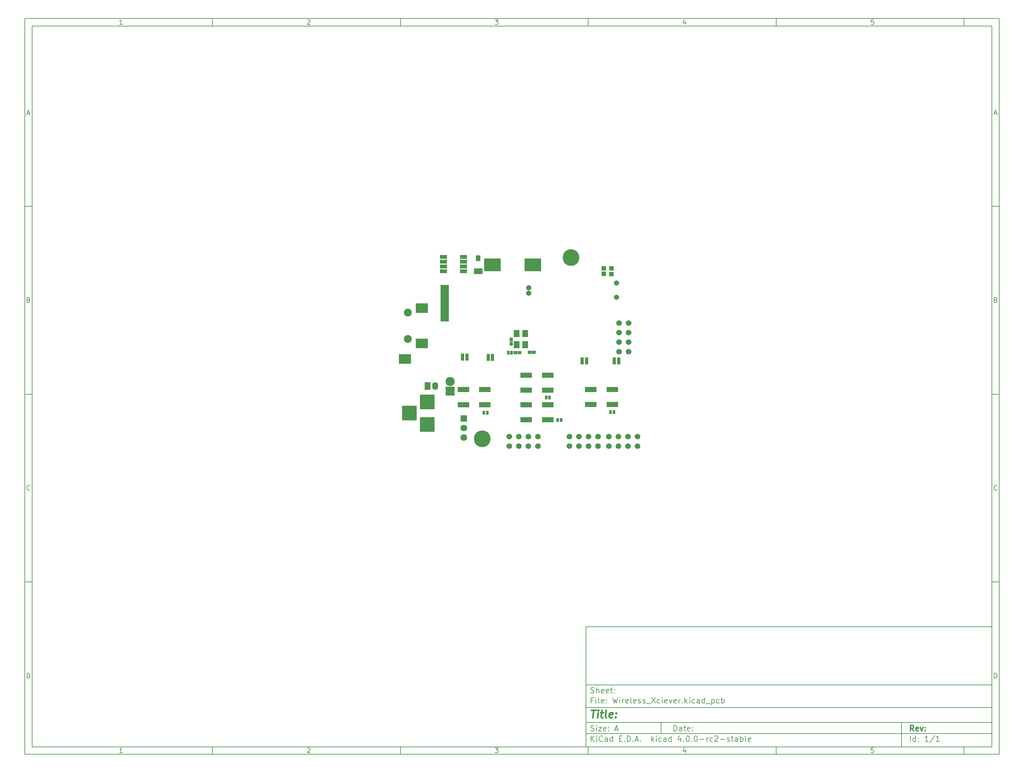
<source format=gbr>
G04 #@! TF.FileFunction,Soldermask,Bot*
%FSLAX46Y46*%
G04 Gerber Fmt 4.6, Leading zero omitted, Abs format (unit mm)*
G04 Created by KiCad (PCBNEW 4.0.0-rc2-stable) date 1/25/2016 6:21:02 PM*
%MOMM*%
G01*
G04 APERTURE LIST*
%ADD10C,0.100000*%
%ADD11C,0.150000*%
%ADD12C,0.300000*%
%ADD13C,0.400000*%
%ADD14C,4.464000*%
%ADD15R,3.900120X3.900120*%
%ADD16R,1.797000X1.797000*%
%ADD17C,1.797000*%
%ADD18R,2.432000X2.432000*%
%ADD19O,2.432000X2.432000*%
%ADD20C,1.370000*%
%ADD21C,1.400760*%
%ADD22R,0.970000X1.050000*%
%ADD23R,1.600000X2.100000*%
%ADD24O,1.600000X2.100000*%
%ADD25R,3.150000X1.400000*%
%ADD26R,1.200000X1.200000*%
%ADD27R,1.950000X1.000000*%
%ADD28C,1.500000*%
%ADD29R,1.200000X1.500000*%
%ADD30R,1.200100X1.500000*%
%ADD31R,4.400000X3.400000*%
%ADD32R,2.200000X0.750000*%
%ADD33R,0.800000X1.000000*%
%ADD34R,1.000000X0.900000*%
%ADD35R,0.900000X1.000000*%
%ADD36R,1.645000X1.848000*%
%ADD37R,3.200000X2.600000*%
%ADD38C,2.100000*%
G04 APERTURE END LIST*
D10*
D11*
X159400000Y-171900000D02*
X159400000Y-203900000D01*
X267400000Y-203900000D01*
X267400000Y-171900000D01*
X159400000Y-171900000D01*
D10*
D11*
X10000000Y-10000000D02*
X10000000Y-205900000D01*
X269400000Y-205900000D01*
X269400000Y-10000000D01*
X10000000Y-10000000D01*
D10*
D11*
X12000000Y-12000000D02*
X12000000Y-203900000D01*
X267400000Y-203900000D01*
X267400000Y-12000000D01*
X12000000Y-12000000D01*
D10*
D11*
X60000000Y-12000000D02*
X60000000Y-10000000D01*
D10*
D11*
X110000000Y-12000000D02*
X110000000Y-10000000D01*
D10*
D11*
X160000000Y-12000000D02*
X160000000Y-10000000D01*
D10*
D11*
X210000000Y-12000000D02*
X210000000Y-10000000D01*
D10*
D11*
X260000000Y-12000000D02*
X260000000Y-10000000D01*
D10*
D11*
X35990476Y-11588095D02*
X35247619Y-11588095D01*
X35619048Y-11588095D02*
X35619048Y-10288095D01*
X35495238Y-10473810D01*
X35371429Y-10597619D01*
X35247619Y-10659524D01*
D10*
D11*
X85247619Y-10411905D02*
X85309524Y-10350000D01*
X85433333Y-10288095D01*
X85742857Y-10288095D01*
X85866667Y-10350000D01*
X85928571Y-10411905D01*
X85990476Y-10535714D01*
X85990476Y-10659524D01*
X85928571Y-10845238D01*
X85185714Y-11588095D01*
X85990476Y-11588095D01*
D10*
D11*
X135185714Y-10288095D02*
X135990476Y-10288095D01*
X135557143Y-10783333D01*
X135742857Y-10783333D01*
X135866667Y-10845238D01*
X135928571Y-10907143D01*
X135990476Y-11030952D01*
X135990476Y-11340476D01*
X135928571Y-11464286D01*
X135866667Y-11526190D01*
X135742857Y-11588095D01*
X135371429Y-11588095D01*
X135247619Y-11526190D01*
X135185714Y-11464286D01*
D10*
D11*
X185866667Y-10721429D02*
X185866667Y-11588095D01*
X185557143Y-10226190D02*
X185247619Y-11154762D01*
X186052381Y-11154762D01*
D10*
D11*
X235928571Y-10288095D02*
X235309524Y-10288095D01*
X235247619Y-10907143D01*
X235309524Y-10845238D01*
X235433333Y-10783333D01*
X235742857Y-10783333D01*
X235866667Y-10845238D01*
X235928571Y-10907143D01*
X235990476Y-11030952D01*
X235990476Y-11340476D01*
X235928571Y-11464286D01*
X235866667Y-11526190D01*
X235742857Y-11588095D01*
X235433333Y-11588095D01*
X235309524Y-11526190D01*
X235247619Y-11464286D01*
D10*
D11*
X60000000Y-203900000D02*
X60000000Y-205900000D01*
D10*
D11*
X110000000Y-203900000D02*
X110000000Y-205900000D01*
D10*
D11*
X160000000Y-203900000D02*
X160000000Y-205900000D01*
D10*
D11*
X210000000Y-203900000D02*
X210000000Y-205900000D01*
D10*
D11*
X260000000Y-203900000D02*
X260000000Y-205900000D01*
D10*
D11*
X35990476Y-205488095D02*
X35247619Y-205488095D01*
X35619048Y-205488095D02*
X35619048Y-204188095D01*
X35495238Y-204373810D01*
X35371429Y-204497619D01*
X35247619Y-204559524D01*
D10*
D11*
X85247619Y-204311905D02*
X85309524Y-204250000D01*
X85433333Y-204188095D01*
X85742857Y-204188095D01*
X85866667Y-204250000D01*
X85928571Y-204311905D01*
X85990476Y-204435714D01*
X85990476Y-204559524D01*
X85928571Y-204745238D01*
X85185714Y-205488095D01*
X85990476Y-205488095D01*
D10*
D11*
X135185714Y-204188095D02*
X135990476Y-204188095D01*
X135557143Y-204683333D01*
X135742857Y-204683333D01*
X135866667Y-204745238D01*
X135928571Y-204807143D01*
X135990476Y-204930952D01*
X135990476Y-205240476D01*
X135928571Y-205364286D01*
X135866667Y-205426190D01*
X135742857Y-205488095D01*
X135371429Y-205488095D01*
X135247619Y-205426190D01*
X135185714Y-205364286D01*
D10*
D11*
X185866667Y-204621429D02*
X185866667Y-205488095D01*
X185557143Y-204126190D02*
X185247619Y-205054762D01*
X186052381Y-205054762D01*
D10*
D11*
X235928571Y-204188095D02*
X235309524Y-204188095D01*
X235247619Y-204807143D01*
X235309524Y-204745238D01*
X235433333Y-204683333D01*
X235742857Y-204683333D01*
X235866667Y-204745238D01*
X235928571Y-204807143D01*
X235990476Y-204930952D01*
X235990476Y-205240476D01*
X235928571Y-205364286D01*
X235866667Y-205426190D01*
X235742857Y-205488095D01*
X235433333Y-205488095D01*
X235309524Y-205426190D01*
X235247619Y-205364286D01*
D10*
D11*
X10000000Y-60000000D02*
X12000000Y-60000000D01*
D10*
D11*
X10000000Y-110000000D02*
X12000000Y-110000000D01*
D10*
D11*
X10000000Y-160000000D02*
X12000000Y-160000000D01*
D10*
D11*
X10690476Y-35216667D02*
X11309524Y-35216667D01*
X10566667Y-35588095D02*
X11000000Y-34288095D01*
X11433333Y-35588095D01*
D10*
D11*
X11092857Y-84907143D02*
X11278571Y-84969048D01*
X11340476Y-85030952D01*
X11402381Y-85154762D01*
X11402381Y-85340476D01*
X11340476Y-85464286D01*
X11278571Y-85526190D01*
X11154762Y-85588095D01*
X10659524Y-85588095D01*
X10659524Y-84288095D01*
X11092857Y-84288095D01*
X11216667Y-84350000D01*
X11278571Y-84411905D01*
X11340476Y-84535714D01*
X11340476Y-84659524D01*
X11278571Y-84783333D01*
X11216667Y-84845238D01*
X11092857Y-84907143D01*
X10659524Y-84907143D01*
D10*
D11*
X11402381Y-135464286D02*
X11340476Y-135526190D01*
X11154762Y-135588095D01*
X11030952Y-135588095D01*
X10845238Y-135526190D01*
X10721429Y-135402381D01*
X10659524Y-135278571D01*
X10597619Y-135030952D01*
X10597619Y-134845238D01*
X10659524Y-134597619D01*
X10721429Y-134473810D01*
X10845238Y-134350000D01*
X11030952Y-134288095D01*
X11154762Y-134288095D01*
X11340476Y-134350000D01*
X11402381Y-134411905D01*
D10*
D11*
X10659524Y-185588095D02*
X10659524Y-184288095D01*
X10969048Y-184288095D01*
X11154762Y-184350000D01*
X11278571Y-184473810D01*
X11340476Y-184597619D01*
X11402381Y-184845238D01*
X11402381Y-185030952D01*
X11340476Y-185278571D01*
X11278571Y-185402381D01*
X11154762Y-185526190D01*
X10969048Y-185588095D01*
X10659524Y-185588095D01*
D10*
D11*
X269400000Y-60000000D02*
X267400000Y-60000000D01*
D10*
D11*
X269400000Y-110000000D02*
X267400000Y-110000000D01*
D10*
D11*
X269400000Y-160000000D02*
X267400000Y-160000000D01*
D10*
D11*
X268090476Y-35216667D02*
X268709524Y-35216667D01*
X267966667Y-35588095D02*
X268400000Y-34288095D01*
X268833333Y-35588095D01*
D10*
D11*
X268492857Y-84907143D02*
X268678571Y-84969048D01*
X268740476Y-85030952D01*
X268802381Y-85154762D01*
X268802381Y-85340476D01*
X268740476Y-85464286D01*
X268678571Y-85526190D01*
X268554762Y-85588095D01*
X268059524Y-85588095D01*
X268059524Y-84288095D01*
X268492857Y-84288095D01*
X268616667Y-84350000D01*
X268678571Y-84411905D01*
X268740476Y-84535714D01*
X268740476Y-84659524D01*
X268678571Y-84783333D01*
X268616667Y-84845238D01*
X268492857Y-84907143D01*
X268059524Y-84907143D01*
D10*
D11*
X268802381Y-135464286D02*
X268740476Y-135526190D01*
X268554762Y-135588095D01*
X268430952Y-135588095D01*
X268245238Y-135526190D01*
X268121429Y-135402381D01*
X268059524Y-135278571D01*
X267997619Y-135030952D01*
X267997619Y-134845238D01*
X268059524Y-134597619D01*
X268121429Y-134473810D01*
X268245238Y-134350000D01*
X268430952Y-134288095D01*
X268554762Y-134288095D01*
X268740476Y-134350000D01*
X268802381Y-134411905D01*
D10*
D11*
X268059524Y-185588095D02*
X268059524Y-184288095D01*
X268369048Y-184288095D01*
X268554762Y-184350000D01*
X268678571Y-184473810D01*
X268740476Y-184597619D01*
X268802381Y-184845238D01*
X268802381Y-185030952D01*
X268740476Y-185278571D01*
X268678571Y-185402381D01*
X268554762Y-185526190D01*
X268369048Y-185588095D01*
X268059524Y-185588095D01*
D10*
D11*
X182757143Y-199678571D02*
X182757143Y-198178571D01*
X183114286Y-198178571D01*
X183328571Y-198250000D01*
X183471429Y-198392857D01*
X183542857Y-198535714D01*
X183614286Y-198821429D01*
X183614286Y-199035714D01*
X183542857Y-199321429D01*
X183471429Y-199464286D01*
X183328571Y-199607143D01*
X183114286Y-199678571D01*
X182757143Y-199678571D01*
X184900000Y-199678571D02*
X184900000Y-198892857D01*
X184828571Y-198750000D01*
X184685714Y-198678571D01*
X184400000Y-198678571D01*
X184257143Y-198750000D01*
X184900000Y-199607143D02*
X184757143Y-199678571D01*
X184400000Y-199678571D01*
X184257143Y-199607143D01*
X184185714Y-199464286D01*
X184185714Y-199321429D01*
X184257143Y-199178571D01*
X184400000Y-199107143D01*
X184757143Y-199107143D01*
X184900000Y-199035714D01*
X185400000Y-198678571D02*
X185971429Y-198678571D01*
X185614286Y-198178571D02*
X185614286Y-199464286D01*
X185685714Y-199607143D01*
X185828572Y-199678571D01*
X185971429Y-199678571D01*
X187042857Y-199607143D02*
X186900000Y-199678571D01*
X186614286Y-199678571D01*
X186471429Y-199607143D01*
X186400000Y-199464286D01*
X186400000Y-198892857D01*
X186471429Y-198750000D01*
X186614286Y-198678571D01*
X186900000Y-198678571D01*
X187042857Y-198750000D01*
X187114286Y-198892857D01*
X187114286Y-199035714D01*
X186400000Y-199178571D01*
X187757143Y-199535714D02*
X187828571Y-199607143D01*
X187757143Y-199678571D01*
X187685714Y-199607143D01*
X187757143Y-199535714D01*
X187757143Y-199678571D01*
X187757143Y-198750000D02*
X187828571Y-198821429D01*
X187757143Y-198892857D01*
X187685714Y-198821429D01*
X187757143Y-198750000D01*
X187757143Y-198892857D01*
D10*
D11*
X159400000Y-200400000D02*
X267400000Y-200400000D01*
D10*
D11*
X160757143Y-202478571D02*
X160757143Y-200978571D01*
X161614286Y-202478571D02*
X160971429Y-201621429D01*
X161614286Y-200978571D02*
X160757143Y-201835714D01*
X162257143Y-202478571D02*
X162257143Y-201478571D01*
X162257143Y-200978571D02*
X162185714Y-201050000D01*
X162257143Y-201121429D01*
X162328571Y-201050000D01*
X162257143Y-200978571D01*
X162257143Y-201121429D01*
X163828572Y-202335714D02*
X163757143Y-202407143D01*
X163542857Y-202478571D01*
X163400000Y-202478571D01*
X163185715Y-202407143D01*
X163042857Y-202264286D01*
X162971429Y-202121429D01*
X162900000Y-201835714D01*
X162900000Y-201621429D01*
X162971429Y-201335714D01*
X163042857Y-201192857D01*
X163185715Y-201050000D01*
X163400000Y-200978571D01*
X163542857Y-200978571D01*
X163757143Y-201050000D01*
X163828572Y-201121429D01*
X165114286Y-202478571D02*
X165114286Y-201692857D01*
X165042857Y-201550000D01*
X164900000Y-201478571D01*
X164614286Y-201478571D01*
X164471429Y-201550000D01*
X165114286Y-202407143D02*
X164971429Y-202478571D01*
X164614286Y-202478571D01*
X164471429Y-202407143D01*
X164400000Y-202264286D01*
X164400000Y-202121429D01*
X164471429Y-201978571D01*
X164614286Y-201907143D01*
X164971429Y-201907143D01*
X165114286Y-201835714D01*
X166471429Y-202478571D02*
X166471429Y-200978571D01*
X166471429Y-202407143D02*
X166328572Y-202478571D01*
X166042858Y-202478571D01*
X165900000Y-202407143D01*
X165828572Y-202335714D01*
X165757143Y-202192857D01*
X165757143Y-201764286D01*
X165828572Y-201621429D01*
X165900000Y-201550000D01*
X166042858Y-201478571D01*
X166328572Y-201478571D01*
X166471429Y-201550000D01*
X168328572Y-201692857D02*
X168828572Y-201692857D01*
X169042858Y-202478571D02*
X168328572Y-202478571D01*
X168328572Y-200978571D01*
X169042858Y-200978571D01*
X169685715Y-202335714D02*
X169757143Y-202407143D01*
X169685715Y-202478571D01*
X169614286Y-202407143D01*
X169685715Y-202335714D01*
X169685715Y-202478571D01*
X170400001Y-202478571D02*
X170400001Y-200978571D01*
X170757144Y-200978571D01*
X170971429Y-201050000D01*
X171114287Y-201192857D01*
X171185715Y-201335714D01*
X171257144Y-201621429D01*
X171257144Y-201835714D01*
X171185715Y-202121429D01*
X171114287Y-202264286D01*
X170971429Y-202407143D01*
X170757144Y-202478571D01*
X170400001Y-202478571D01*
X171900001Y-202335714D02*
X171971429Y-202407143D01*
X171900001Y-202478571D01*
X171828572Y-202407143D01*
X171900001Y-202335714D01*
X171900001Y-202478571D01*
X172542858Y-202050000D02*
X173257144Y-202050000D01*
X172400001Y-202478571D02*
X172900001Y-200978571D01*
X173400001Y-202478571D01*
X173900001Y-202335714D02*
X173971429Y-202407143D01*
X173900001Y-202478571D01*
X173828572Y-202407143D01*
X173900001Y-202335714D01*
X173900001Y-202478571D01*
X176900001Y-202478571D02*
X176900001Y-200978571D01*
X177042858Y-201907143D02*
X177471429Y-202478571D01*
X177471429Y-201478571D02*
X176900001Y-202050000D01*
X178114287Y-202478571D02*
X178114287Y-201478571D01*
X178114287Y-200978571D02*
X178042858Y-201050000D01*
X178114287Y-201121429D01*
X178185715Y-201050000D01*
X178114287Y-200978571D01*
X178114287Y-201121429D01*
X179471430Y-202407143D02*
X179328573Y-202478571D01*
X179042859Y-202478571D01*
X178900001Y-202407143D01*
X178828573Y-202335714D01*
X178757144Y-202192857D01*
X178757144Y-201764286D01*
X178828573Y-201621429D01*
X178900001Y-201550000D01*
X179042859Y-201478571D01*
X179328573Y-201478571D01*
X179471430Y-201550000D01*
X180757144Y-202478571D02*
X180757144Y-201692857D01*
X180685715Y-201550000D01*
X180542858Y-201478571D01*
X180257144Y-201478571D01*
X180114287Y-201550000D01*
X180757144Y-202407143D02*
X180614287Y-202478571D01*
X180257144Y-202478571D01*
X180114287Y-202407143D01*
X180042858Y-202264286D01*
X180042858Y-202121429D01*
X180114287Y-201978571D01*
X180257144Y-201907143D01*
X180614287Y-201907143D01*
X180757144Y-201835714D01*
X182114287Y-202478571D02*
X182114287Y-200978571D01*
X182114287Y-202407143D02*
X181971430Y-202478571D01*
X181685716Y-202478571D01*
X181542858Y-202407143D01*
X181471430Y-202335714D01*
X181400001Y-202192857D01*
X181400001Y-201764286D01*
X181471430Y-201621429D01*
X181542858Y-201550000D01*
X181685716Y-201478571D01*
X181971430Y-201478571D01*
X182114287Y-201550000D01*
X184614287Y-201478571D02*
X184614287Y-202478571D01*
X184257144Y-200907143D02*
X183900001Y-201978571D01*
X184828573Y-201978571D01*
X185400001Y-202335714D02*
X185471429Y-202407143D01*
X185400001Y-202478571D01*
X185328572Y-202407143D01*
X185400001Y-202335714D01*
X185400001Y-202478571D01*
X186400001Y-200978571D02*
X186542858Y-200978571D01*
X186685715Y-201050000D01*
X186757144Y-201121429D01*
X186828573Y-201264286D01*
X186900001Y-201550000D01*
X186900001Y-201907143D01*
X186828573Y-202192857D01*
X186757144Y-202335714D01*
X186685715Y-202407143D01*
X186542858Y-202478571D01*
X186400001Y-202478571D01*
X186257144Y-202407143D01*
X186185715Y-202335714D01*
X186114287Y-202192857D01*
X186042858Y-201907143D01*
X186042858Y-201550000D01*
X186114287Y-201264286D01*
X186185715Y-201121429D01*
X186257144Y-201050000D01*
X186400001Y-200978571D01*
X187542858Y-202335714D02*
X187614286Y-202407143D01*
X187542858Y-202478571D01*
X187471429Y-202407143D01*
X187542858Y-202335714D01*
X187542858Y-202478571D01*
X188542858Y-200978571D02*
X188685715Y-200978571D01*
X188828572Y-201050000D01*
X188900001Y-201121429D01*
X188971430Y-201264286D01*
X189042858Y-201550000D01*
X189042858Y-201907143D01*
X188971430Y-202192857D01*
X188900001Y-202335714D01*
X188828572Y-202407143D01*
X188685715Y-202478571D01*
X188542858Y-202478571D01*
X188400001Y-202407143D01*
X188328572Y-202335714D01*
X188257144Y-202192857D01*
X188185715Y-201907143D01*
X188185715Y-201550000D01*
X188257144Y-201264286D01*
X188328572Y-201121429D01*
X188400001Y-201050000D01*
X188542858Y-200978571D01*
X189685715Y-201907143D02*
X190828572Y-201907143D01*
X191542858Y-202478571D02*
X191542858Y-201478571D01*
X191542858Y-201764286D02*
X191614286Y-201621429D01*
X191685715Y-201550000D01*
X191828572Y-201478571D01*
X191971429Y-201478571D01*
X193114286Y-202407143D02*
X192971429Y-202478571D01*
X192685715Y-202478571D01*
X192542857Y-202407143D01*
X192471429Y-202335714D01*
X192400000Y-202192857D01*
X192400000Y-201764286D01*
X192471429Y-201621429D01*
X192542857Y-201550000D01*
X192685715Y-201478571D01*
X192971429Y-201478571D01*
X193114286Y-201550000D01*
X193685714Y-201121429D02*
X193757143Y-201050000D01*
X193900000Y-200978571D01*
X194257143Y-200978571D01*
X194400000Y-201050000D01*
X194471429Y-201121429D01*
X194542857Y-201264286D01*
X194542857Y-201407143D01*
X194471429Y-201621429D01*
X193614286Y-202478571D01*
X194542857Y-202478571D01*
X195185714Y-201907143D02*
X196328571Y-201907143D01*
X196971428Y-202407143D02*
X197114285Y-202478571D01*
X197400000Y-202478571D01*
X197542857Y-202407143D01*
X197614285Y-202264286D01*
X197614285Y-202192857D01*
X197542857Y-202050000D01*
X197400000Y-201978571D01*
X197185714Y-201978571D01*
X197042857Y-201907143D01*
X196971428Y-201764286D01*
X196971428Y-201692857D01*
X197042857Y-201550000D01*
X197185714Y-201478571D01*
X197400000Y-201478571D01*
X197542857Y-201550000D01*
X198042857Y-201478571D02*
X198614286Y-201478571D01*
X198257143Y-200978571D02*
X198257143Y-202264286D01*
X198328571Y-202407143D01*
X198471429Y-202478571D01*
X198614286Y-202478571D01*
X199757143Y-202478571D02*
X199757143Y-201692857D01*
X199685714Y-201550000D01*
X199542857Y-201478571D01*
X199257143Y-201478571D01*
X199114286Y-201550000D01*
X199757143Y-202407143D02*
X199614286Y-202478571D01*
X199257143Y-202478571D01*
X199114286Y-202407143D01*
X199042857Y-202264286D01*
X199042857Y-202121429D01*
X199114286Y-201978571D01*
X199257143Y-201907143D01*
X199614286Y-201907143D01*
X199757143Y-201835714D01*
X200471429Y-202478571D02*
X200471429Y-200978571D01*
X200471429Y-201550000D02*
X200614286Y-201478571D01*
X200900000Y-201478571D01*
X201042857Y-201550000D01*
X201114286Y-201621429D01*
X201185715Y-201764286D01*
X201185715Y-202192857D01*
X201114286Y-202335714D01*
X201042857Y-202407143D01*
X200900000Y-202478571D01*
X200614286Y-202478571D01*
X200471429Y-202407143D01*
X202042858Y-202478571D02*
X201900000Y-202407143D01*
X201828572Y-202264286D01*
X201828572Y-200978571D01*
X203185714Y-202407143D02*
X203042857Y-202478571D01*
X202757143Y-202478571D01*
X202614286Y-202407143D01*
X202542857Y-202264286D01*
X202542857Y-201692857D01*
X202614286Y-201550000D01*
X202757143Y-201478571D01*
X203042857Y-201478571D01*
X203185714Y-201550000D01*
X203257143Y-201692857D01*
X203257143Y-201835714D01*
X202542857Y-201978571D01*
D10*
D11*
X159400000Y-197400000D02*
X267400000Y-197400000D01*
D10*
D12*
X246614286Y-199678571D02*
X246114286Y-198964286D01*
X245757143Y-199678571D02*
X245757143Y-198178571D01*
X246328571Y-198178571D01*
X246471429Y-198250000D01*
X246542857Y-198321429D01*
X246614286Y-198464286D01*
X246614286Y-198678571D01*
X246542857Y-198821429D01*
X246471429Y-198892857D01*
X246328571Y-198964286D01*
X245757143Y-198964286D01*
X247828571Y-199607143D02*
X247685714Y-199678571D01*
X247400000Y-199678571D01*
X247257143Y-199607143D01*
X247185714Y-199464286D01*
X247185714Y-198892857D01*
X247257143Y-198750000D01*
X247400000Y-198678571D01*
X247685714Y-198678571D01*
X247828571Y-198750000D01*
X247900000Y-198892857D01*
X247900000Y-199035714D01*
X247185714Y-199178571D01*
X248400000Y-198678571D02*
X248757143Y-199678571D01*
X249114285Y-198678571D01*
X249685714Y-199535714D02*
X249757142Y-199607143D01*
X249685714Y-199678571D01*
X249614285Y-199607143D01*
X249685714Y-199535714D01*
X249685714Y-199678571D01*
X249685714Y-198750000D02*
X249757142Y-198821429D01*
X249685714Y-198892857D01*
X249614285Y-198821429D01*
X249685714Y-198750000D01*
X249685714Y-198892857D01*
D10*
D11*
X160685714Y-199607143D02*
X160900000Y-199678571D01*
X161257143Y-199678571D01*
X161400000Y-199607143D01*
X161471429Y-199535714D01*
X161542857Y-199392857D01*
X161542857Y-199250000D01*
X161471429Y-199107143D01*
X161400000Y-199035714D01*
X161257143Y-198964286D01*
X160971429Y-198892857D01*
X160828571Y-198821429D01*
X160757143Y-198750000D01*
X160685714Y-198607143D01*
X160685714Y-198464286D01*
X160757143Y-198321429D01*
X160828571Y-198250000D01*
X160971429Y-198178571D01*
X161328571Y-198178571D01*
X161542857Y-198250000D01*
X162185714Y-199678571D02*
X162185714Y-198678571D01*
X162185714Y-198178571D02*
X162114285Y-198250000D01*
X162185714Y-198321429D01*
X162257142Y-198250000D01*
X162185714Y-198178571D01*
X162185714Y-198321429D01*
X162757143Y-198678571D02*
X163542857Y-198678571D01*
X162757143Y-199678571D01*
X163542857Y-199678571D01*
X164685714Y-199607143D02*
X164542857Y-199678571D01*
X164257143Y-199678571D01*
X164114286Y-199607143D01*
X164042857Y-199464286D01*
X164042857Y-198892857D01*
X164114286Y-198750000D01*
X164257143Y-198678571D01*
X164542857Y-198678571D01*
X164685714Y-198750000D01*
X164757143Y-198892857D01*
X164757143Y-199035714D01*
X164042857Y-199178571D01*
X165400000Y-199535714D02*
X165471428Y-199607143D01*
X165400000Y-199678571D01*
X165328571Y-199607143D01*
X165400000Y-199535714D01*
X165400000Y-199678571D01*
X165400000Y-198750000D02*
X165471428Y-198821429D01*
X165400000Y-198892857D01*
X165328571Y-198821429D01*
X165400000Y-198750000D01*
X165400000Y-198892857D01*
X167185714Y-199250000D02*
X167900000Y-199250000D01*
X167042857Y-199678571D02*
X167542857Y-198178571D01*
X168042857Y-199678571D01*
D10*
D11*
X245757143Y-202478571D02*
X245757143Y-200978571D01*
X247114286Y-202478571D02*
X247114286Y-200978571D01*
X247114286Y-202407143D02*
X246971429Y-202478571D01*
X246685715Y-202478571D01*
X246542857Y-202407143D01*
X246471429Y-202335714D01*
X246400000Y-202192857D01*
X246400000Y-201764286D01*
X246471429Y-201621429D01*
X246542857Y-201550000D01*
X246685715Y-201478571D01*
X246971429Y-201478571D01*
X247114286Y-201550000D01*
X247828572Y-202335714D02*
X247900000Y-202407143D01*
X247828572Y-202478571D01*
X247757143Y-202407143D01*
X247828572Y-202335714D01*
X247828572Y-202478571D01*
X247828572Y-201550000D02*
X247900000Y-201621429D01*
X247828572Y-201692857D01*
X247757143Y-201621429D01*
X247828572Y-201550000D01*
X247828572Y-201692857D01*
X250471429Y-202478571D02*
X249614286Y-202478571D01*
X250042858Y-202478571D02*
X250042858Y-200978571D01*
X249900001Y-201192857D01*
X249757143Y-201335714D01*
X249614286Y-201407143D01*
X252185714Y-200907143D02*
X250900000Y-202835714D01*
X253471429Y-202478571D02*
X252614286Y-202478571D01*
X253042858Y-202478571D02*
X253042858Y-200978571D01*
X252900001Y-201192857D01*
X252757143Y-201335714D01*
X252614286Y-201407143D01*
D10*
D11*
X159400000Y-193400000D02*
X267400000Y-193400000D01*
D10*
D13*
X160852381Y-194104762D02*
X161995238Y-194104762D01*
X161173810Y-196104762D02*
X161423810Y-194104762D01*
X162411905Y-196104762D02*
X162578571Y-194771429D01*
X162661905Y-194104762D02*
X162554762Y-194200000D01*
X162638095Y-194295238D01*
X162745239Y-194200000D01*
X162661905Y-194104762D01*
X162638095Y-194295238D01*
X163245238Y-194771429D02*
X164007143Y-194771429D01*
X163614286Y-194104762D02*
X163400000Y-195819048D01*
X163471430Y-196009524D01*
X163650001Y-196104762D01*
X163840477Y-196104762D01*
X164792858Y-196104762D02*
X164614287Y-196009524D01*
X164542857Y-195819048D01*
X164757143Y-194104762D01*
X166328572Y-196009524D02*
X166126191Y-196104762D01*
X165745239Y-196104762D01*
X165566667Y-196009524D01*
X165495238Y-195819048D01*
X165590476Y-195057143D01*
X165709524Y-194866667D01*
X165911905Y-194771429D01*
X166292857Y-194771429D01*
X166471429Y-194866667D01*
X166542857Y-195057143D01*
X166519048Y-195247619D01*
X165542857Y-195438095D01*
X167292857Y-195914286D02*
X167376192Y-196009524D01*
X167269048Y-196104762D01*
X167185715Y-196009524D01*
X167292857Y-195914286D01*
X167269048Y-196104762D01*
X167423810Y-194866667D02*
X167507144Y-194961905D01*
X167400000Y-195057143D01*
X167316667Y-194961905D01*
X167423810Y-194866667D01*
X167400000Y-195057143D01*
D10*
D11*
X161257143Y-191492857D02*
X160757143Y-191492857D01*
X160757143Y-192278571D02*
X160757143Y-190778571D01*
X161471429Y-190778571D01*
X162042857Y-192278571D02*
X162042857Y-191278571D01*
X162042857Y-190778571D02*
X161971428Y-190850000D01*
X162042857Y-190921429D01*
X162114285Y-190850000D01*
X162042857Y-190778571D01*
X162042857Y-190921429D01*
X162971429Y-192278571D02*
X162828571Y-192207143D01*
X162757143Y-192064286D01*
X162757143Y-190778571D01*
X164114285Y-192207143D02*
X163971428Y-192278571D01*
X163685714Y-192278571D01*
X163542857Y-192207143D01*
X163471428Y-192064286D01*
X163471428Y-191492857D01*
X163542857Y-191350000D01*
X163685714Y-191278571D01*
X163971428Y-191278571D01*
X164114285Y-191350000D01*
X164185714Y-191492857D01*
X164185714Y-191635714D01*
X163471428Y-191778571D01*
X164828571Y-192135714D02*
X164899999Y-192207143D01*
X164828571Y-192278571D01*
X164757142Y-192207143D01*
X164828571Y-192135714D01*
X164828571Y-192278571D01*
X164828571Y-191350000D02*
X164899999Y-191421429D01*
X164828571Y-191492857D01*
X164757142Y-191421429D01*
X164828571Y-191350000D01*
X164828571Y-191492857D01*
X166542857Y-190778571D02*
X166900000Y-192278571D01*
X167185714Y-191207143D01*
X167471428Y-192278571D01*
X167828571Y-190778571D01*
X168400000Y-192278571D02*
X168400000Y-191278571D01*
X168400000Y-190778571D02*
X168328571Y-190850000D01*
X168400000Y-190921429D01*
X168471428Y-190850000D01*
X168400000Y-190778571D01*
X168400000Y-190921429D01*
X169114286Y-192278571D02*
X169114286Y-191278571D01*
X169114286Y-191564286D02*
X169185714Y-191421429D01*
X169257143Y-191350000D01*
X169400000Y-191278571D01*
X169542857Y-191278571D01*
X170614285Y-192207143D02*
X170471428Y-192278571D01*
X170185714Y-192278571D01*
X170042857Y-192207143D01*
X169971428Y-192064286D01*
X169971428Y-191492857D01*
X170042857Y-191350000D01*
X170185714Y-191278571D01*
X170471428Y-191278571D01*
X170614285Y-191350000D01*
X170685714Y-191492857D01*
X170685714Y-191635714D01*
X169971428Y-191778571D01*
X171542857Y-192278571D02*
X171399999Y-192207143D01*
X171328571Y-192064286D01*
X171328571Y-190778571D01*
X172685713Y-192207143D02*
X172542856Y-192278571D01*
X172257142Y-192278571D01*
X172114285Y-192207143D01*
X172042856Y-192064286D01*
X172042856Y-191492857D01*
X172114285Y-191350000D01*
X172257142Y-191278571D01*
X172542856Y-191278571D01*
X172685713Y-191350000D01*
X172757142Y-191492857D01*
X172757142Y-191635714D01*
X172042856Y-191778571D01*
X173328570Y-192207143D02*
X173471427Y-192278571D01*
X173757142Y-192278571D01*
X173899999Y-192207143D01*
X173971427Y-192064286D01*
X173971427Y-191992857D01*
X173899999Y-191850000D01*
X173757142Y-191778571D01*
X173542856Y-191778571D01*
X173399999Y-191707143D01*
X173328570Y-191564286D01*
X173328570Y-191492857D01*
X173399999Y-191350000D01*
X173542856Y-191278571D01*
X173757142Y-191278571D01*
X173899999Y-191350000D01*
X174542856Y-192207143D02*
X174685713Y-192278571D01*
X174971428Y-192278571D01*
X175114285Y-192207143D01*
X175185713Y-192064286D01*
X175185713Y-191992857D01*
X175114285Y-191850000D01*
X174971428Y-191778571D01*
X174757142Y-191778571D01*
X174614285Y-191707143D01*
X174542856Y-191564286D01*
X174542856Y-191492857D01*
X174614285Y-191350000D01*
X174757142Y-191278571D01*
X174971428Y-191278571D01*
X175114285Y-191350000D01*
X175471428Y-192421429D02*
X176614285Y-192421429D01*
X176828571Y-190778571D02*
X177828571Y-192278571D01*
X177828571Y-190778571D02*
X176828571Y-192278571D01*
X179042856Y-192207143D02*
X178899999Y-192278571D01*
X178614285Y-192278571D01*
X178471427Y-192207143D01*
X178399999Y-192135714D01*
X178328570Y-191992857D01*
X178328570Y-191564286D01*
X178399999Y-191421429D01*
X178471427Y-191350000D01*
X178614285Y-191278571D01*
X178899999Y-191278571D01*
X179042856Y-191350000D01*
X179685713Y-192278571D02*
X179685713Y-191278571D01*
X179685713Y-190778571D02*
X179614284Y-190850000D01*
X179685713Y-190921429D01*
X179757141Y-190850000D01*
X179685713Y-190778571D01*
X179685713Y-190921429D01*
X180971427Y-192207143D02*
X180828570Y-192278571D01*
X180542856Y-192278571D01*
X180399999Y-192207143D01*
X180328570Y-192064286D01*
X180328570Y-191492857D01*
X180399999Y-191350000D01*
X180542856Y-191278571D01*
X180828570Y-191278571D01*
X180971427Y-191350000D01*
X181042856Y-191492857D01*
X181042856Y-191635714D01*
X180328570Y-191778571D01*
X181542856Y-191278571D02*
X181899999Y-192278571D01*
X182257141Y-191278571D01*
X183399998Y-192207143D02*
X183257141Y-192278571D01*
X182971427Y-192278571D01*
X182828570Y-192207143D01*
X182757141Y-192064286D01*
X182757141Y-191492857D01*
X182828570Y-191350000D01*
X182971427Y-191278571D01*
X183257141Y-191278571D01*
X183399998Y-191350000D01*
X183471427Y-191492857D01*
X183471427Y-191635714D01*
X182757141Y-191778571D01*
X184114284Y-192278571D02*
X184114284Y-191278571D01*
X184114284Y-191564286D02*
X184185712Y-191421429D01*
X184257141Y-191350000D01*
X184399998Y-191278571D01*
X184542855Y-191278571D01*
X185042855Y-192135714D02*
X185114283Y-192207143D01*
X185042855Y-192278571D01*
X184971426Y-192207143D01*
X185042855Y-192135714D01*
X185042855Y-192278571D01*
X185757141Y-192278571D02*
X185757141Y-190778571D01*
X185899998Y-191707143D02*
X186328569Y-192278571D01*
X186328569Y-191278571D02*
X185757141Y-191850000D01*
X186971427Y-192278571D02*
X186971427Y-191278571D01*
X186971427Y-190778571D02*
X186899998Y-190850000D01*
X186971427Y-190921429D01*
X187042855Y-190850000D01*
X186971427Y-190778571D01*
X186971427Y-190921429D01*
X188328570Y-192207143D02*
X188185713Y-192278571D01*
X187899999Y-192278571D01*
X187757141Y-192207143D01*
X187685713Y-192135714D01*
X187614284Y-191992857D01*
X187614284Y-191564286D01*
X187685713Y-191421429D01*
X187757141Y-191350000D01*
X187899999Y-191278571D01*
X188185713Y-191278571D01*
X188328570Y-191350000D01*
X189614284Y-192278571D02*
X189614284Y-191492857D01*
X189542855Y-191350000D01*
X189399998Y-191278571D01*
X189114284Y-191278571D01*
X188971427Y-191350000D01*
X189614284Y-192207143D02*
X189471427Y-192278571D01*
X189114284Y-192278571D01*
X188971427Y-192207143D01*
X188899998Y-192064286D01*
X188899998Y-191921429D01*
X188971427Y-191778571D01*
X189114284Y-191707143D01*
X189471427Y-191707143D01*
X189614284Y-191635714D01*
X190971427Y-192278571D02*
X190971427Y-190778571D01*
X190971427Y-192207143D02*
X190828570Y-192278571D01*
X190542856Y-192278571D01*
X190399998Y-192207143D01*
X190328570Y-192135714D01*
X190257141Y-191992857D01*
X190257141Y-191564286D01*
X190328570Y-191421429D01*
X190399998Y-191350000D01*
X190542856Y-191278571D01*
X190828570Y-191278571D01*
X190971427Y-191350000D01*
X191328570Y-192421429D02*
X192471427Y-192421429D01*
X192828570Y-191278571D02*
X192828570Y-192778571D01*
X192828570Y-191350000D02*
X192971427Y-191278571D01*
X193257141Y-191278571D01*
X193399998Y-191350000D01*
X193471427Y-191421429D01*
X193542856Y-191564286D01*
X193542856Y-191992857D01*
X193471427Y-192135714D01*
X193399998Y-192207143D01*
X193257141Y-192278571D01*
X192971427Y-192278571D01*
X192828570Y-192207143D01*
X194828570Y-192207143D02*
X194685713Y-192278571D01*
X194399999Y-192278571D01*
X194257141Y-192207143D01*
X194185713Y-192135714D01*
X194114284Y-191992857D01*
X194114284Y-191564286D01*
X194185713Y-191421429D01*
X194257141Y-191350000D01*
X194399999Y-191278571D01*
X194685713Y-191278571D01*
X194828570Y-191350000D01*
X195471427Y-192278571D02*
X195471427Y-190778571D01*
X195471427Y-191350000D02*
X195614284Y-191278571D01*
X195899998Y-191278571D01*
X196042855Y-191350000D01*
X196114284Y-191421429D01*
X196185713Y-191564286D01*
X196185713Y-191992857D01*
X196114284Y-192135714D01*
X196042855Y-192207143D01*
X195899998Y-192278571D01*
X195614284Y-192278571D01*
X195471427Y-192207143D01*
D10*
D11*
X159400000Y-187400000D02*
X267400000Y-187400000D01*
D10*
D11*
X160685714Y-189507143D02*
X160900000Y-189578571D01*
X161257143Y-189578571D01*
X161400000Y-189507143D01*
X161471429Y-189435714D01*
X161542857Y-189292857D01*
X161542857Y-189150000D01*
X161471429Y-189007143D01*
X161400000Y-188935714D01*
X161257143Y-188864286D01*
X160971429Y-188792857D01*
X160828571Y-188721429D01*
X160757143Y-188650000D01*
X160685714Y-188507143D01*
X160685714Y-188364286D01*
X160757143Y-188221429D01*
X160828571Y-188150000D01*
X160971429Y-188078571D01*
X161328571Y-188078571D01*
X161542857Y-188150000D01*
X162185714Y-189578571D02*
X162185714Y-188078571D01*
X162828571Y-189578571D02*
X162828571Y-188792857D01*
X162757142Y-188650000D01*
X162614285Y-188578571D01*
X162400000Y-188578571D01*
X162257142Y-188650000D01*
X162185714Y-188721429D01*
X164114285Y-189507143D02*
X163971428Y-189578571D01*
X163685714Y-189578571D01*
X163542857Y-189507143D01*
X163471428Y-189364286D01*
X163471428Y-188792857D01*
X163542857Y-188650000D01*
X163685714Y-188578571D01*
X163971428Y-188578571D01*
X164114285Y-188650000D01*
X164185714Y-188792857D01*
X164185714Y-188935714D01*
X163471428Y-189078571D01*
X165399999Y-189507143D02*
X165257142Y-189578571D01*
X164971428Y-189578571D01*
X164828571Y-189507143D01*
X164757142Y-189364286D01*
X164757142Y-188792857D01*
X164828571Y-188650000D01*
X164971428Y-188578571D01*
X165257142Y-188578571D01*
X165399999Y-188650000D01*
X165471428Y-188792857D01*
X165471428Y-188935714D01*
X164757142Y-189078571D01*
X165899999Y-188578571D02*
X166471428Y-188578571D01*
X166114285Y-188078571D02*
X166114285Y-189364286D01*
X166185713Y-189507143D01*
X166328571Y-189578571D01*
X166471428Y-189578571D01*
X166971428Y-189435714D02*
X167042856Y-189507143D01*
X166971428Y-189578571D01*
X166899999Y-189507143D01*
X166971428Y-189435714D01*
X166971428Y-189578571D01*
X166971428Y-188650000D02*
X167042856Y-188721429D01*
X166971428Y-188792857D01*
X166899999Y-188721429D01*
X166971428Y-188650000D01*
X166971428Y-188792857D01*
D10*
D11*
X179400000Y-197400000D02*
X179400000Y-200400000D01*
D10*
D11*
X243400000Y-197400000D02*
X243400000Y-203900000D01*
D14*
X155380000Y-73670000D03*
D15*
X117130000Y-112045000D03*
X117130000Y-118044480D03*
X112431000Y-115044740D03*
D16*
X126920725Y-116492729D03*
D17*
X126920725Y-119032729D03*
X126920725Y-121572729D03*
D18*
X123245725Y-109167729D03*
D19*
X123245725Y-106627729D03*
D20*
X167515000Y-84215000D03*
X167515000Y-80405000D03*
D21*
X144180000Y-81645000D03*
X144180000Y-83143600D03*
D22*
X133360000Y-99795000D03*
X133360000Y-100645000D03*
X134530000Y-100645000D03*
X134530000Y-99795000D03*
D23*
X117230000Y-107870000D03*
D24*
X119230000Y-107870000D03*
D25*
X132505000Y-112795000D03*
X126755000Y-112795000D03*
X126755000Y-108795000D03*
X132505000Y-108795000D03*
X166380000Y-112745000D03*
X160630000Y-112745000D03*
X160630000Y-108745000D03*
X166380000Y-108745000D03*
D22*
X126560000Y-99670000D03*
X126560000Y-100520000D03*
X127730000Y-100520000D03*
X127730000Y-99670000D03*
D26*
X166180000Y-77995000D03*
X166180000Y-76495000D03*
X164105000Y-76480000D03*
X164105000Y-77980000D03*
D25*
X149255000Y-116845000D03*
X143505000Y-116845000D03*
X143505000Y-112845000D03*
X149255000Y-112845000D03*
D27*
X126835000Y-73475000D03*
X126835000Y-74745000D03*
X126835000Y-76015000D03*
X126835000Y-77285000D03*
X121435000Y-77285000D03*
X121435000Y-76015000D03*
X121435000Y-74745000D03*
X121435000Y-73475000D03*
D28*
X168215000Y-98715000D03*
X170755000Y-98715000D03*
X168215000Y-96175000D03*
X170755000Y-96175000D03*
X168215000Y-93635000D03*
X170755000Y-93635000D03*
X168215000Y-91095000D03*
X170755000Y-91095000D03*
D29*
X131275000Y-77315000D03*
X130175000Y-77315000D03*
D30*
X130725000Y-73765000D03*
D22*
X159550000Y-101545000D03*
X159550000Y-100695000D03*
X158380000Y-100695000D03*
X158380000Y-101545000D03*
X168075000Y-101545000D03*
X168075000Y-100695000D03*
X166905000Y-100695000D03*
X166905000Y-101545000D03*
D31*
X145275000Y-75565000D03*
X134475000Y-75565000D03*
D32*
X121829529Y-81253861D03*
X121829529Y-81903861D03*
X121829529Y-83203861D03*
X121829529Y-82553861D03*
X121829529Y-83853861D03*
X121829529Y-84503861D03*
X121829529Y-85153861D03*
X121829529Y-85803861D03*
X121829529Y-86453861D03*
X121829529Y-87103861D03*
X121829529Y-87753861D03*
X121829529Y-88403861D03*
X121829529Y-89053861D03*
X121829529Y-89703861D03*
X121829529Y-90353861D03*
D28*
X146630000Y-121295000D03*
X146630000Y-123835000D03*
X144090000Y-121295000D03*
X144090000Y-123835000D03*
X141550000Y-121295000D03*
X141550000Y-123835000D03*
X139010000Y-121295000D03*
X139010000Y-123835000D03*
D25*
X149255000Y-108920000D03*
X143505000Y-108920000D03*
X143505000Y-104920000D03*
X149255000Y-104920000D03*
D28*
X162650000Y-121290000D03*
X162650000Y-123830000D03*
X160110000Y-121290000D03*
X160110000Y-123830000D03*
X157570000Y-121290000D03*
X157570000Y-123830000D03*
X155030000Y-121290000D03*
X155030000Y-123830000D03*
X173140000Y-121265000D03*
X173140000Y-123805000D03*
X170600000Y-121265000D03*
X170600000Y-123805000D03*
X168060000Y-121265000D03*
X168060000Y-123805000D03*
X165520000Y-121265000D03*
X165520000Y-123805000D03*
D33*
X151880000Y-116870000D03*
X152780000Y-116870000D03*
X148780000Y-110870000D03*
X149680000Y-110870000D03*
X132230000Y-114945000D03*
X133130000Y-114945000D03*
X166805000Y-114795000D03*
X165905000Y-114795000D03*
D34*
X144430000Y-98870000D03*
X145530000Y-98870000D03*
X140555000Y-98970000D03*
X141655000Y-98970000D03*
D35*
X139455000Y-96570000D03*
X139455000Y-95470000D03*
D33*
X138705000Y-98920000D03*
X139605000Y-98920000D03*
D36*
X140970000Y-96817000D03*
X143180000Y-96817000D03*
X140970000Y-93845000D03*
X143180000Y-93845000D03*
D37*
X115680000Y-87120000D03*
X115680000Y-96520000D03*
X111230000Y-100620000D03*
D38*
X111980000Y-88320000D03*
X111980000Y-95320000D03*
D14*
X131830000Y-121895000D03*
M02*

</source>
